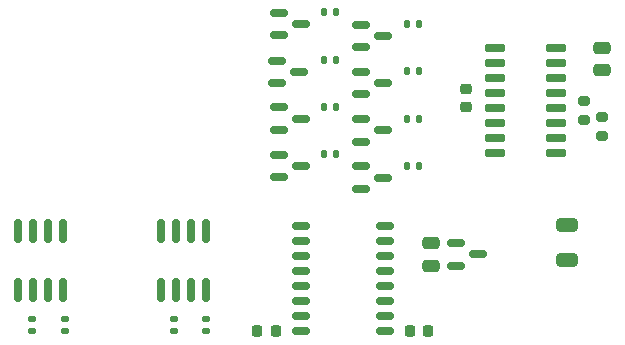
<source format=gbr>
%TF.GenerationSoftware,KiCad,Pcbnew,7.0.9-rc2*%
%TF.CreationDate,2023-12-26T16:59:53-08:00*%
%TF.ProjectId,driver_board,64726976-6572-45f6-926f-6172642e6b69,rev?*%
%TF.SameCoordinates,PX5f5e100PY5f5e100*%
%TF.FileFunction,Paste,Top*%
%TF.FilePolarity,Positive*%
%FSLAX46Y46*%
G04 Gerber Fmt 4.6, Leading zero omitted, Abs format (unit mm)*
G04 Created by KiCad (PCBNEW 7.0.9-rc2) date 2023-12-26 16:59:53*
%MOMM*%
%LPD*%
G01*
G04 APERTURE LIST*
G04 Aperture macros list*
%AMRoundRect*
0 Rectangle with rounded corners*
0 $1 Rounding radius*
0 $2 $3 $4 $5 $6 $7 $8 $9 X,Y pos of 4 corners*
0 Add a 4 corners polygon primitive as box body*
4,1,4,$2,$3,$4,$5,$6,$7,$8,$9,$2,$3,0*
0 Add four circle primitives for the rounded corners*
1,1,$1+$1,$2,$3*
1,1,$1+$1,$4,$5*
1,1,$1+$1,$6,$7*
1,1,$1+$1,$8,$9*
0 Add four rect primitives between the rounded corners*
20,1,$1+$1,$2,$3,$4,$5,0*
20,1,$1+$1,$4,$5,$6,$7,0*
20,1,$1+$1,$6,$7,$8,$9,0*
20,1,$1+$1,$8,$9,$2,$3,0*%
G04 Aperture macros list end*
%ADD10RoundRect,0.225000X0.225000X0.250000X-0.225000X0.250000X-0.225000X-0.250000X0.225000X-0.250000X0*%
%ADD11RoundRect,0.150000X0.600000X0.150000X-0.600000X0.150000X-0.600000X-0.150000X0.600000X-0.150000X0*%
%ADD12RoundRect,0.225000X-0.225000X-0.250000X0.225000X-0.250000X0.225000X0.250000X-0.225000X0.250000X0*%
%ADD13RoundRect,0.150000X-0.587500X-0.150000X0.587500X-0.150000X0.587500X0.150000X-0.587500X0.150000X0*%
%ADD14RoundRect,0.200000X0.275000X-0.200000X0.275000X0.200000X-0.275000X0.200000X-0.275000X-0.200000X0*%
%ADD15RoundRect,0.135000X0.185000X-0.135000X0.185000X0.135000X-0.185000X0.135000X-0.185000X-0.135000X0*%
%ADD16RoundRect,0.135000X0.135000X0.185000X-0.135000X0.185000X-0.135000X-0.185000X0.135000X-0.185000X0*%
%ADD17RoundRect,0.150000X0.150000X-0.825000X0.150000X0.825000X-0.150000X0.825000X-0.150000X-0.825000X0*%
%ADD18RoundRect,0.150000X0.725000X0.150000X-0.725000X0.150000X-0.725000X-0.150000X0.725000X-0.150000X0*%
%ADD19RoundRect,0.250000X0.650000X-0.325000X0.650000X0.325000X-0.650000X0.325000X-0.650000X-0.325000X0*%
%ADD20RoundRect,0.250000X0.475000X-0.250000X0.475000X0.250000X-0.475000X0.250000X-0.475000X-0.250000X0*%
%ADD21RoundRect,0.225000X0.250000X-0.225000X0.250000X0.225000X-0.250000X0.225000X-0.250000X-0.225000X0*%
G04 APERTURE END LIST*
D10*
%TO.C,C7*%
X26875000Y-29000000D03*
X25325000Y-29000000D03*
%TD*%
D11*
%TO.C,U3*%
X36100000Y-29000000D03*
X36100000Y-27730000D03*
X36100000Y-26460000D03*
X36100000Y-25190000D03*
X36100000Y-23920000D03*
X36100000Y-22650000D03*
X36100000Y-21380000D03*
X36100000Y-20110000D03*
X29000000Y-20110000D03*
X29000000Y-21380000D03*
X29000000Y-22650000D03*
X29000000Y-23920000D03*
X29000000Y-25190000D03*
X29000000Y-26460000D03*
X29000000Y-27730000D03*
X29000000Y-29000000D03*
%TD*%
D12*
%TO.C,C6*%
X39775000Y-29000000D03*
X38225000Y-29000000D03*
%TD*%
D13*
%TO.C,U1*%
X44000000Y-22500000D03*
X42125000Y-23450000D03*
X42125000Y-21550000D03*
%TD*%
D14*
%TO.C,R14*%
X53000000Y-11125000D03*
X53000000Y-9475000D03*
%TD*%
%TO.C,R13*%
X54500000Y-12475000D03*
X54500000Y-10825000D03*
%TD*%
D15*
%TO.C,R12*%
X21000000Y-29000000D03*
X21000000Y-27980000D03*
%TD*%
%TO.C,R11*%
X18250000Y-27990000D03*
X18250000Y-29010000D03*
%TD*%
%TO.C,R10*%
X9000000Y-29020000D03*
X9000000Y-28000000D03*
%TD*%
%TO.C,R9*%
X6250000Y-29020000D03*
X6250000Y-28000000D03*
%TD*%
D16*
%TO.C,R8*%
X39020000Y-15000000D03*
X38000000Y-15000000D03*
%TD*%
%TO.C,R7*%
X32020000Y-14000000D03*
X31000000Y-14000000D03*
%TD*%
%TO.C,R6*%
X39020000Y-11000000D03*
X38000000Y-11000000D03*
%TD*%
%TO.C,R5*%
X32020000Y-10000000D03*
X31000000Y-10000000D03*
%TD*%
%TO.C,R4*%
X39000000Y-7000000D03*
X37980000Y-7000000D03*
%TD*%
%TO.C,R3*%
X31000000Y-6000000D03*
X32020000Y-6000000D03*
%TD*%
%TO.C,R2*%
X38000000Y-3000000D03*
X39020000Y-3000000D03*
%TD*%
%TO.C,R1*%
X31000000Y-2000000D03*
X32020000Y-2000000D03*
%TD*%
D17*
%TO.C,Q10*%
X17190000Y-25475000D03*
X18460000Y-25475000D03*
X19730000Y-25475000D03*
X21000000Y-25475000D03*
X21000000Y-20525000D03*
X19730000Y-20525000D03*
X18460000Y-20525000D03*
X17190000Y-20525000D03*
%TD*%
%TO.C,Q9*%
X5095000Y-20525000D03*
X6365000Y-20525000D03*
X7635000Y-20525000D03*
X8905000Y-20525000D03*
X8905000Y-25475000D03*
X7635000Y-25475000D03*
X6365000Y-25475000D03*
X5095000Y-25475000D03*
%TD*%
D13*
%TO.C,Q8*%
X34105000Y-15050000D03*
X34105000Y-16950000D03*
X35980000Y-16000000D03*
%TD*%
%TO.C,Q7*%
X27125000Y-14050000D03*
X27125000Y-15950000D03*
X29000000Y-15000000D03*
%TD*%
%TO.C,Q6*%
X34105000Y-11050000D03*
X34105000Y-12950000D03*
X35980000Y-12000000D03*
%TD*%
%TO.C,Q5*%
X27125000Y-10050000D03*
X27125000Y-11950000D03*
X29000000Y-11000000D03*
%TD*%
%TO.C,Q4*%
X34105000Y-7050000D03*
X34105000Y-8950000D03*
X35980000Y-8000000D03*
%TD*%
%TO.C,Q3*%
X27000000Y-6100000D03*
X27000000Y-8000000D03*
X28875000Y-7050000D03*
%TD*%
%TO.C,Q2*%
X35980000Y-4000000D03*
X34105000Y-4950000D03*
X34105000Y-3050000D03*
%TD*%
%TO.C,Q1*%
X29000000Y-3000000D03*
X27125000Y-3950000D03*
X27125000Y-2050000D03*
%TD*%
D18*
%TO.C,U2*%
X50575000Y-13945000D03*
X50575000Y-12675000D03*
X50575000Y-11405000D03*
X50575000Y-10135000D03*
X50575000Y-8865000D03*
X50575000Y-7595000D03*
X50575000Y-6325000D03*
X50575000Y-5055000D03*
X45425000Y-5055000D03*
X45425000Y-6325000D03*
X45425000Y-7595000D03*
X45425000Y-8865000D03*
X45425000Y-10135000D03*
X45425000Y-11405000D03*
X45425000Y-12675000D03*
X45425000Y-13945000D03*
%TD*%
D19*
%TO.C,C4*%
X51500000Y-22975000D03*
X51500000Y-20025000D03*
%TD*%
D20*
%TO.C,C3*%
X40000000Y-21550000D03*
X40000000Y-23450000D03*
%TD*%
%TO.C,C2*%
X54500000Y-6900000D03*
X54500000Y-5000000D03*
%TD*%
D21*
%TO.C,C1*%
X43000000Y-8500000D03*
X43000000Y-10050000D03*
%TD*%
M02*

</source>
